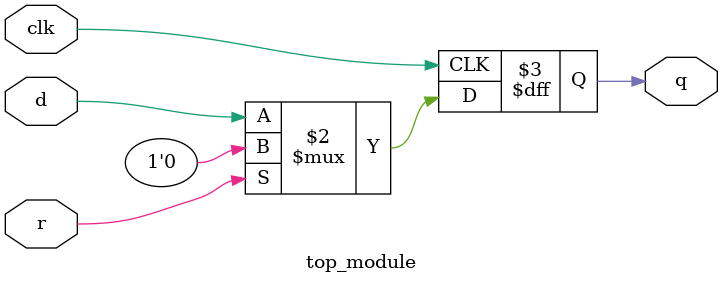
<source format=v>
module top_module (
    input clk,
    input d, 
    input r,   // synchronous reset
    output q);
    always @(posedge clk)
        q = r ? 1'b0 : d;
    
endmodule
</source>
